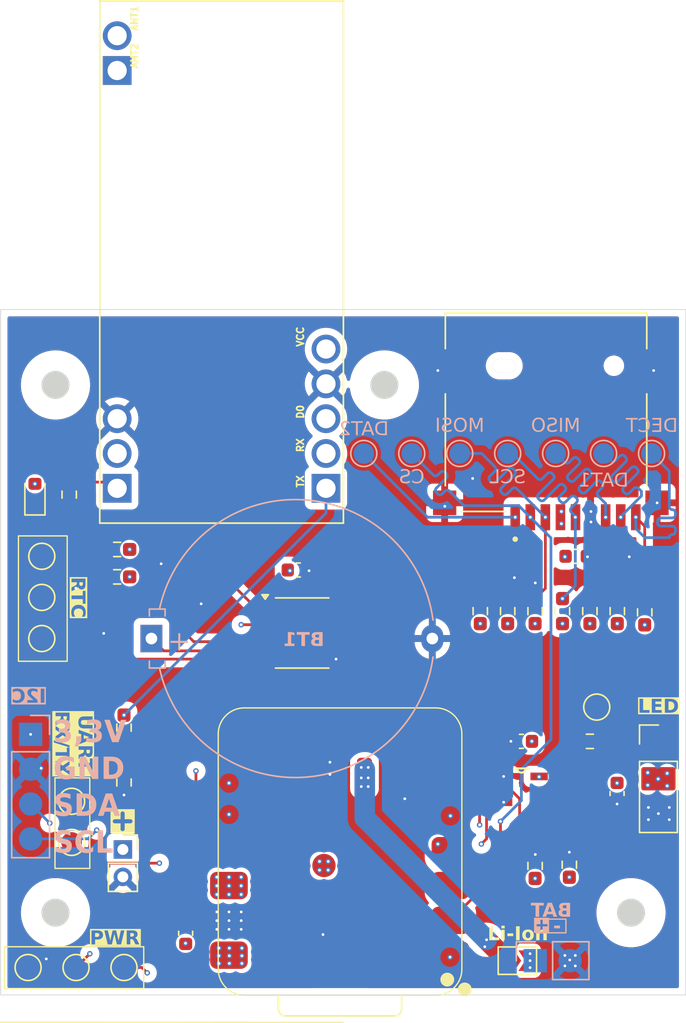
<source format=kicad_pcb>
(kicad_pcb (version 20241229) (generator "pcbnew") (generator_version "9.0")
  (layers (0 "F.Cu" signal) (4 "In1.Cu" signal) (6 "In2.Cu" signal) (8 "In3.Cu" signal) (10 "In4.Cu" signal) (2 "B.Cu" signal) (13 "F.Paste" user) (15 "B.Paste" user) (5 "F.SilkS" user "F.Silkscreen") (7 "B.SilkS" user "B.Silkscreen") (1 "F.Mask" user) (3 "B.Mask" user) (25 "Edge.Cuts" user))
  (net 0 "")
  (net 1 "GND")
  (net 2 "+5V")
  (net 3 "+3.3V")
  (net 4 "Net-(BT1-+)")
  (net 5 "Net-(JP1-A)")
  (net 6 "Net-(U2-Y)")
  (net 7 "/LED_Din")
  (net 8 "/UART_RX")
  (net 9 "Net-(R3-Pad1)")
  (net 10 "Net-(U4-32KHZ)")
  (net 11 "Net-(U4-~{INT}{slash}SQW)")
  (net 12 "/SD_DECT")
  (net 13 "/MISO")
  (net 14 "/SPI_SCL")
  (net 15 "/MOSI")
  (net 16 "/SPI_CS")
  (net 17 "Net-(D2-K)")
  (net 22 "/Buzzer")
  (net 24 "/LED_Driver")
  (net 26 "Net-(U1-GPIO16_D6_TX)")
  (net 27 "/I2C_SCL")
  (net 30 "/I2C_SDA")
  (net 33 "Net-(U4-~{RST})")
  (net 34 "/DAT2")
  (net 35 "/DAT1")
  (net 36 "Net-(R1-Pad1)")
  (net 37 "Net-(J1-Pin_1)")
  (footprint "Capacitor_SMD:C_0603_1608Metric" (layer "F.Cu") (at 123 97.5 180)
    (property "Reference" "C5" (hide yes))
    (property "Value" "100nF" (hide yes))
  )
  (footprint "Connector_PinHeader_2.54mm:PinHeader_1x03_P2.54mm_Vertical" (layer "F.Cu") (at 129 111.19)
    (property "Reference" "J3" (hide yes))
    (property "Value" "LED")
  )
  (footprint "Seeed Studio XIAO Series Library:XIAO-ESP32C6-SMD" (layer "F.Cu") (at 105.54 119 180)
    (property "Reference" "U1" (hide yes))
    (property "Value" "XIAO-ESP32-S3-SMD")
  )
  (footprint "TestPoint:TestPoint_Pad_D1.5mm" (layer "F.Cu") (at 83 127.5)
    (property "Reference" "TP3" (hide yes))
    (property "Value" "GND" (hide yes))
  )
  (footprint "Package_SO:SOIC-8_3.9x4.9mm_P1.27mm" (layer "F.Cu") (at 103 103.095)
    (property "Reference" "U4" (hide yes))
    (property "Value" "DS3232M")
  )
  (footprint "LED_SMD:LED_0603_1608Metric" (layer "F.Cu") (at 83.5 93 90)
    (property "Reference" "D2" (hide yes))
    (property "Value" "LED" (hide yes))
  )
  (footprint "Resistor_SMD:R_0603_1608Metric_Pad0.98x0.95mm_HandSolder" (layer "F.Cu") (at 120 101.5 90)
    (property "Reference" "R14" (hide yes))
    (property "Value" "47k" (hide yes))
  )
  (footprint "Resistor_SMD:R_0603_1608Metric_Pad0.98x0.95mm_HandSolder" (layer "F.Cu") (at 122 101.5 90)
    (property "Reference" "R13" (hide yes))
    (property "Value" "47k" (hide yes))
  )
  (footprint "Resistor_SMD:R_0603_1608Metric_Pad0.98x0.95mm_HandSolder" (layer "F.Cu") (at 90 110 -90)
    (property "Reference" "R3" (hide yes))
    (property "Value" "10K" (hide yes))
  )
  (footprint "Capacitor_SMD:C_0603_1608Metric" (layer "F.Cu") (at 102.725 98.5 180)
    (property "Reference" "C2" (hide yes))
    (property "Value" "100 nF" (hide yes))
  )
  (footprint "TestPoint:TestPoint_Pad_D1.5mm" (layer "F.Cu") (at 84 103.5)
    (property "Reference" "TP1" (hide yes))
    (property "Value" "TestPoint" (hide yes))
  )
  (footprint "Connector_PinSocket_2.00mm:PinSocket_1x02_P2.00mm_Vertical" (layer "F.Cu") (at 89.916 118.888)
    (property "Reference" "BZ1" (hide yes))
    (property "Value" "Buzzer" (hide yes))
  )
  (footprint "Resistor_SMD:R_0603_1608Metric_Pad0.98x0.95mm_HandSolder" (layer "F.Cu") (at 116 101.5 90)
    (property "Reference" "R15" (hide yes))
    (property "Value" "47k" (hide yes))
  )
  (footprint "TestPoint:TestPoint_Pad_D1.5mm" (layer "F.Cu") (at 86.175 118.373)
    (property "Reference" "TP8" (hide yes))
    (property "Value" "UART_TX" (hide yes))
  )
  (footprint "Jumper:SolderJumper-2_P1.3mm_Open_TrianglePad1.0x1.5mm" (layer "F.Cu") (at 118.708 127)
    (property "Reference" "JP1" (hide yes))
    (property "Value" "Li-Ion")
  )
  (footprint "footprints:RDM6300" (layer "F.Cu") (at 97.12 76.03 -90)
    (property "Reference" "RDM1" (hide yes))
    (property "Value" "RDM6300")
  )
  (footprint "Resistor_SMD:R_0603_1608Metric_Pad0.98x0.95mm_HandSolder" (layer "F.Cu") (at 89.5 97 180)
    (property "Reference" "R7" (hide yes))
    (property "Value" "NC" (hide yes))
  )
  (footprint "Resistor_SMD:R_0603_1608Metric_Pad0.98x0.95mm_HandSolder" (layer "F.Cu") (at 89.5 99 180)
    (property "Reference" "R8" (hide yes))
    (property "Value" "NC" (hide yes))
  )
  (footprint "footprints:SOT95P280X145-5N" (layer "F.Cu") (at 119 114.5)
    (property "Reference" "U2" (hide yes))
    (property "Value" "SN74AHCT1G125DBVT" (hide yes))
  )
  (footprint "Capacitor_SMD:C_0603_1608Metric" (layer "F.Cu") (at 119 111)
    (property "Reference" "C3" (hide yes))
    (property "Value" "100 nF" (hide yes))
  )
  (footprint "Resistor_SMD:R_0603_1608Metric_Pad0.98x0.95mm_HandSolder" (layer "F.Cu") (at 86 93 -90)
    (property "Reference" "R1" (hide yes))
    (property "Value" "100" (hide yes))
  )
  (footprint "Resistor_SMD:R_0603_1608Metric_Pad0.98x0.95mm_HandSolder" (layer "F.Cu") (at 124 111)
    (property "Reference" "R2" (hide yes))
    (property "Value" "100" (hide yes))
  )
  (footprint "Resistor_SMD:R_0603_1608Metric_Pad0.98x0.95mm_HandSolder" (layer "F.Cu") (at 124 101.5 90)
    (property "Reference" "R12" (hide yes))
    (property "Value" "47k" (hide yes))
  )
  (footprint "TestPoint:TestPoint_Pad_D1.5mm" (layer "F.Cu") (at 84 100.5)
    (property "Reference" "TP10" (hide yes))
    (property "Value" "TestPoint" (hide yes))
  )
  (footprint "TestPoint:TestPoint_Pad_D1.5mm" (layer "F.Cu") (at 86.5 127.5)
    (property "Reference" "TP2" (hide yes))
    (property "Value" "+5V" (hide yes))
  )
  (footprint "TestPoint:TestPoint_Pad_D1.5mm" (layer "F.Cu") (at 90 127.5)
    (property "Reference" "TP4" (hide yes))
    (property "Value" "3,3V" (hide yes))
  )
  (footprint "Resistor_SMD:R_0603_1608Metric_Pad0.98x0.95mm_HandSolder" (layer "F.Cu") (at 128 101.5875 90)
    (property "Reference" "R11" (hide yes))
    (property "Value" "47k" (hide yes))
  )
  (footprint "TestPoint:TestPoint_Pad_D1.5mm" (layer "F.Cu") (at 124.5 108.5)
    (property "Reference" "TP5" (hide yes))
    (property "Value" "Din" (hide yes))
  )
  (footprint "Resistor_SMD:R_0603_1608Metric_Pad0.98x0.95mm_HandSolder" (layer "F.Cu") (at 118 101.5 90)
    (property "Reference" "R9" (hide yes))
    (property "Value" "47k" (hide yes))
  )
  (footprint "Capacitor_SMD:C_0603_1608Metric" (layer "F.Cu") (at 125.984 114.808 90)
    (property "Reference" "C4" (hide yes))
    (property "Value" "10µF" (hide yes))
  )
  (footprint "Resistor_SMD:R_0603_1608Metric_Pad0.98x0.95mm_HandSolder" (layer "F.Cu") (at 122.5 120 90)
    (property "Reference" "R6" (hide yes))
    (property "Value" "4k7" (hide yes))
  )
  (footprint "Resistor_SMD:R_0603_1608Metric_Pad0.98x0.95mm_HandSolder" (layer "F.Cu") (at 90 114 -90)
    (property "Reference" "R4" (hide yes))
    (property "Value" "20k" (hide yes))
  )
  (footprint "TestPoint:TestPoint_Pad_D1.5mm" (layer "F.Cu") (at 84 97.5 90)
    (property "Reference" "TP9" (hide yes))
    (property "Value" "TestPoint" (hide yes))
  )
  (footprint "footprints:WURTH_693071020811" (layer "F.Cu") (at 120.8 83.6 180)
    (property "Reference" "J4" (hide yes))
    (property "Value" "MicroSD" (hide yes))
    (fp_line (start 3.4 0.5) (end 2.7 0.5) (stroke (width 0.01)) (layer "Edge.Cuts"))
    (fp_line (start 2.7 -0.5) (end 3.4 -0.5) (stroke (width 0.01)) (layer "Edge.Cuts"))
    (fp_arc (start 3.9 0) (mid 3.753553 0.353553) (end 3.4 0.5) (stroke (width 0.01)) (layer "Edge.Cuts"))
    (fp_arc (start 3.4 -0.5) (mid 3.753553 -0.353553) (end 3.9 0) (stroke (width 0.01)) (layer "Edge.Cuts"))
    (fp_arc (start 2.7 0.5) (mid 2.346447 0.353553) (end 2.2 0) (stroke (width 0.01)) (layer "Edge.Cuts"))
    (fp_arc (start 2.2 0) (mid 2.346447 -0.353553) (end 2.7 -0.5) (stroke (width 0.01)) (layer "Edge.Cuts"))
  )
  (footprint "Resistor_SMD:R_0603_1608Metric_Pad0.98x0.95mm_HandSolder" (layer "F.Cu") (at 126 101.5 90)
    (property "Reference" "R10" (hide yes))
    (property "Value" "47k" (hide yes))
  )
  (footprint "TestPoint:TestPoint_Pad_D1.5mm" (layer "F.Cu") (at 86.175 115.373)
    (property "Reference" "TP7" (hide yes))
    (property "Value" "UART_RX" (hide yes))
  )
  (footprint "Resistor_SMD:R_0603_1608Metric_Pad0.98x0.95mm_HandSolder" (layer "F.Cu") (at 120 120.0875 90)
    (property "Reference" "R5" (hide yes))
    (property "Value" "4k7" (hide yes))
  )
  (footprint "Capacitor_SMD:C_0603_1608Metric" (layer "F.Cu") (at 94.5 125 -90)
    (property "Reference" "C1" (hide yes))
    (property "Value" "10µF" (hide yes))
  )
  (footprint "TestPoint:TestPoint_Pad_D1.5mm" (layer "B.Cu") (at 107.5 90)
    (property "Reference" "TP15" (hide yes))
    (property "Value" "DAT2")
  )
  (footprint "TestPoint:TestPoint_Pad_D1.5mm" (layer "B.Cu") (at 111 90 180)
    (property "Reference" "TP5" (hide yes))
    (property "Value" "CS")
  )
  (footprint "TestPoint:TestPoint_Pad_D1.5mm" (layer "B.Cu") (at 128.5 90 180)
    (property "Reference" "TP6" (hide yes))
    (property "Value" "DECT")
  )
  (footprint "Battery:Battery_Panasonic_CR2032-HFN_Horizontal_CircularHoles" (layer "B.Cu") (at 92 103.5)
    (property "Reference" "BT1")
    (property "Value" "Battery_Cell" (hide yes))
  )
  (footprint "TestPoint:TestPoint_Pad_D1.5mm" (layer "B.Cu") (at 125 90 180)
    (property "Reference" "TP14" (hide yes))
    (property "Value" "DAT1")
  )
  (footprint "Connector_PinHeader_2.54mm:PinHeader_1x02_P2.54mm_Vertical" (layer "B.Cu") (at 120.01 127 -90)
    (property "Reference" "J1" (hide yes))
    (property "Value" "Conn_01x02_Pin" (hide yes))
  )
  (footprint "TestPoint:TestPoint_Pad_D1.5mm" (layer "B.Cu") (at 114.5 90 180)
    (property "Reference" "TP11" (hide yes))
    (property "Value" "MOSI")
  )
  (footprint "Connector_PinHeader_2.54mm:PinHeader_1x04_P2.54mm_Vertical" (layer "B.Cu") (at 83.185 110.49 180)
    (property "Reference" "J2" (hide yes))
    (property "Value" "I2C")
  )
  (footprint "TestPoint:TestPoint_Pad_D1.5mm" (layer "B.Cu") (at 121.5 90 180)
    (property "Reference" "TP12" (hide yes))
    (property "Value" "MISO")
  )
  (footprint "TestPoint:TestPoint_Pad_D1.5mm" (layer "B.Cu") (at 118 90 180)
    (property "Reference" "TP13" (hide yes))
    (property "Value" "SCL")
  )
  (gr_rect (start 81.28 125.984) (end 91.44 129.032) (stroke (width 0.1)) (fill no) (layer "F.SilkS"))
  (gr_line (start 81 131.49225) (end 106 131.50775) (stroke (width 0.1)) (layer "F.SilkS"))
  (gr_rect (start 84.963 113.665) (end 87.503 120.269) (stroke (width 0.1)) (fill no) (layer "F.SilkS"))
  (gr_rect (start 82.296 96.012) (end 85.852 105.156) (stroke (width 0.1)) (fill no) (layer "F.SilkS"))
  (gr_rect (start 120.0644 123.968) (end 122.2516 124.968) (stroke (width 0.1)) (fill no) (layer "B.SilkS"))
  (gr_rect (start 81 79.5) (end 131 129.5) (stroke (width 0.05)) (fill no) (layer "Edge.Cuts"))
  (gr_circle (center 85 123.5) (end 86 123.5) (stroke (width 0.05)) (fill yes) (layer "Edge.Cuts"))
  (gr_circle (center 85 85) (end 86 85) (stroke (width 0.05)) (fill yes) (layer "Edge.Cuts"))
  (gr_circle (center 127 123.5) (end 128 123.5) (stroke (width 0.05)) (fill yes) (layer "Edge.Cuts"))
  (gr_circle (center 109 85) (end 110 85) (stroke (width 0.05)) (fill yes) (layer "Edge.Cuts"))
  (gr_text "UART\nRX/TX" (at 84.836 111.125 270) (layer "F.SilkS" knockout) (effects (font (size 1 1) (thickness 0.1)) (justify bottom)))
  (gr_text "+" (at 88.773 117.602 0) (layer "F.SilkS" knockout) (effects (font (size 1.5 1.5) (thickness 0.3) (bold yes)) (justify left bottom)))
  (gr_text "RTC" (at 86 99 270) (layer "F.SilkS" knockout) (effects (font (size 1 1)) (justify left bottom)))
  (gr_text "PWR" (at 87.5 125.984 0) (layer "F.SilkS" knockout) (effects (font (size 1 1) (thickness 0.1)) (justify left bottom)))
  (gr_text "-" (at 121.896 123.968 180) (layer "B.SilkS") (effects (font (size 1 1) (thickness 0.1)) (justify left bottom)))
  (gr_text "BAT" (at 122.682 123.968 0) (layer "B.SilkS") (effects (font (size 1 1) (thickness 0.1)) (justify left bottom mirror)))
  (gr_text "+" (at 121.0578 123.8076 180) (layer "B.SilkS" knockout) (effects (font (size 1 1) (thickness 0.1)) (justify left bottom)))
  (gr_text "3,3V\nGND\nSDA\nSCL" (at 84.836 114.427 0) (layer "B.SilkS") (effects (font (size 1.6 1.5) (thickness 0.3) (bold yes)) (justify left)))
  (segment (start 84.328 126.873) (end 83.627 126.873) (width 0.2) (layer "F.Cu") (net 1))
  (segment (start 83.627 126.873) (end 83 127.5) (width 0.2) (layer "F.Cu") (net 1))
  (via (at 90 114.9125) (size 0.4) (drill 0.2) (layers "F.Cu" "B.Cu") (net 1))
  (via (at 118.237 110.998) (size 0.4) (drill 0.2) (layers "F.Cu" "B.Cu") (net 1))
  (via (at 112.903 83.947) (size 0.4) (drill 0.2) (layers "F.Cu" "B.Cu") (net 1))
  (via (at 122.5296 126.9492) (size 0.4) (drill 0.2) (layers "F.Cu" "B.Cu") (net 1))
  (via (at 98.552 124.079) (size 0.4) (drill 0.2) (layers "F.Cu" "B.Cu") (net 1))
  (via (at 124.079 94.234) (size 0.4) (drill 0.2) (layers "F.Cu" "B.Cu") (net 1))
  (via (at 92.71 98.044) (size 0.4) (drill 0.2) (layers "F.Cu" "B.Cu") (net 1))
  (via (at 123.825 97.536) (size 0.4) (drill 0.2) (layers "F.Cu" "B.Cu") (net 1))
  (via (at 104.521 125.095) (size 0.4) (drill 0.2) (layers "F.Cu" "B.Cu") (net 1))
  (via (at 98.552 124.714) (size 0.4) (drill 0.2) (layers "F.Cu" "B.Cu") (net 1))
  (via (at 88.519 103.124) (size 0.4) (drill 0.2) (layers "F.Cu" "B.Cu") (net 1))
  (via (at 129.794 115.824) (size 0.4) (drill 0.2) (layers "F.Cu" "B.Cu") (net 1))
  (via (at 122.174 127.381) (size 0.4) (drill 0.2) (layers "F.Cu" "B.Cu") (net 1))
  (via (at 83.95 112.96) (size 0.4) (drill 0.2) (layers "F.Cu" "B.Cu") (net 1))
  (via (at 113.411 93.853) (size 0.4) (drill 0.2) (layers "F.Cu" "B.Cu") (net 1))
  (via (at 117.7046 115.443) (size 0.4) (drill 0.2) (layers "F.Cu" "B.Cu") (net 1))
  (via (at 97.663 123.444) (size 0.4) (drill 0.2) (layers "F.Cu" "B.Cu") (net 1))
  (via (at 125.984 115.57) (size 0.4) (drill 0.2) (layers "F.Cu" "B.Cu") (net 1))
  (via (at 129 116.27) (size 0.4) (drill 0.2) (layers "F.Cu" "B.Cu") (net 1))
  (via (at 86.487 99.822) (size 0.4) (drill 0.2) (layers "F.Cu" "B.Cu") (net 1))
  (via (at 128.27 116.713) (size 0.4) (drill 0.2) (layers "F.Cu" "B.Cu") (net 1))
  (via (at 122.174 126.619) (size 0.4) (drill 0.2) (layers "F.Cu" "B.Cu") (net 1))
  (via (at 84.328 126.873) (size 0.4) (drill 0.2) (layers "F.Cu" "B.Cu") (net 1))
  (via (at 126.873 97.536) (size 0.4) (drill 0.2) (layers "F.Cu" "B.Cu") (net 1))
  (via (at 120.015 99.441) (size 0.4) (drill 0.2) (layers "F.Cu" "B.Cu") (net 1))
  (via (at 117.7046 113.5602) (size 0.4) (drill 0.2) (layers "F.Cu" "B.Cu") (net 1))
  (via (at 103.505 98.552) (size 0.4) (drill 0.2) (layers "F.Cu" "B.Cu") (net 1))
  (via (at 122.936 126.619) (size 0.4) (drill 0.2) (layers "F.Cu" "B.Cu") (net 1))
  (via (at 128.905 93.599) (size 0.4) (drill 0.2) (layers "F.Cu" "B.Cu") (net 1))
  (via (at 115.443 91.821) (size 0.4) (drill 0.2) (layers "F.Cu" "B.Cu") (net 1))
  (via (at 122.936 127.381) (size 0.4) (drill 0.2) (layers "F.Cu" "B.Cu") (net 1))
  (via (at 96.774 123.444) (size 0.4) (drill 0.2) (layers "F.Cu" "B.Cu") (net 1))
  (via (at 118.491 99.06) (size 0.4) (drill 0.2) (layers "F.Cu" "B.Cu") (net 1))
  (via (at 129.794 116.713) (size 0.4) (drill 0.2) (layers "F.Cu" "B.Cu") (net 1))
  (via (at 98.552 123.444) (size 0.4) (drill 0.2) (layers "F.Cu" "B.Cu") (net 1))
  (via (at 110.49 115.189) (size 0.4) (drill 0.2) (layers "F.Cu" "B.Cu") (net 1))
  (via (at 128.651 83.947) (size 0.4) (drill 0.2) (layers "F.Cu" "B.Cu") (net 1))
  (via (at 105.029 113.411) (size 0.4) (drill 0.2) (layers "F.Cu" "B.Cu") (net 1))
  (via (at 96.774 124.079) (size 0.4) (drill 0.2) (layers "F.Cu" "B.Cu") (net 1))
  (via (at 105.029 112.522) (size 0.4) (drill 0.2) (layers "F.Cu" "B.Cu") (net 1))
  (via (at 120.015 119.253) (size 0.4) (drill 0.2) (layers "F.Cu" "B.Cu") (net 1))
  (via (at 105.475 105) (size 0.4) (drill 0.2) (layers "F.Cu" "B.Cu") (net 1))
  (via (at 128.27 115.824) (size 0.4) (drill 0.2) (layers "F.Cu" "B.Cu") (net 1))
  (via (at 124.079 94.996) (size 0.4) (drill 0.2) (layers "F.Cu" "B.Cu") (net 1))
  (via (at 95.631 100.965) (size 0.4) (drill 0.2) (layers "F.Cu" "B.Cu") (net 1))
  (via (at 97.663 124.714) (size 0.4) (drill 0.2) (layers "F.Cu" "B.Cu") (net 1))
  (via (at 97.663 124.079) (size 0.4) (drill 0.2) (layers "F.Cu" "B.Cu") (net 1))
  (via (at 122.5 119.0875) (size 0.4) (drill 0.2) (layers "F.Cu" "B.Cu") (net 1))
  (via (at 96.774 124.714) (size 0.4) (drill 0.2) (layers "F.Cu" "B.Cu") (net 1))
  (segment (start 87.5055 126.4945) (end 86.5 127.5) (width 0.2) (layer "F.Cu") (net 2))
  (via (at 128.2192 114.1984) (size 0.4) (drill 0.2) (layers "F.Cu" "B.Cu") (net 2))
  (via (at 98.6028 127.2032) (size 0.4) (drill 0.2) (layers "F.Cu" "B.Cu") (net 2))
  (via (at 128.2192 113.284) (size 0.4) (drill 0.2) (layers "F.Cu" "B.Cu") (net 2))
  (via (at 97.6884 127.2032) (size 0.4) (drill 0.2) (layers "F.Cu" "B.Cu") (net 2))
  (via (at 129.6416 113.3348) (size 0.4) (drill 0.2) (layers "F.Cu" "B.Cu") (net 2))
  (via (at 120.2944 113.5888) (size 0.4) (drill 0.2) (layers "F.Cu" "B.Cu") (net 2))
  (via (at 96.9264 126.6444) (size 0.4) (drill 0.2) (layers "F.Cu" "B.Cu") (net 2))
  (via (at 94.488 125.73) (size 0.4) (drill 0.2) (layers "F.Cu" "B.Cu") (net 2))
  (via (at 98.6028 126.0856) (size 0.4) (drill 0.2) (layers "F.Cu" "B.Cu") (net 2))
  (via (at 87.5055 126.4945) (size 0.4) (drill 0.2) (layers "F.Cu" "B.Cu") (net 2))
  (via (at 129.6416 114.2492) (size 0.4) (drill 0.2) (layers "F.Cu" "B.Cu") (net 2))
  (via (at 98.6028 126.6444) (size 0.4) (drill 0.2) (layers "F.Cu" "B.Cu") (net 2))
  (via (at 119.761 110.998) (size 0.4) (drill 0.2) (layers "F.Cu" "B.Cu") (net 2))
  (via (at 97.6884 126.0856) (size 0.4) (drill 0.2) (layers "F.Cu" "B.Cu") (net 2))
  (via (at 97.6884 126.6444) (size 0.4) (drill 0.2) (layers "F.Cu" "B.Cu") (net 2))
  (via (at 125.984 114.046) (size 0.4) (drill 0.2) (layers "F.Cu" "B.Cu") (net 2))
  (via (at 128.9812 113.7412) (size 0.4) (drill 0.2) (layers "F.Cu" "B.Cu") (net 2))
  (via (at 96.9264 127.2032) (size 0.4) (drill 0.2) (layers "F.Cu" "B.Cu") (net 2))
  (via (at 96.9264 126.0856) (size 0.4) (drill 0.2) (layers "F.Cu" "B.Cu") (net 2))
  (segment (start 91.305 127.5) (end 91.694 127.889) (width 0.2) (layer "F.Cu") (net 3))
  (segment (start 98.552 102.489) (end 100.496 102.489) (width 0.2) (layer "F.Cu") (net 3))
  (segment (start 100.496 102.489) (end 100.525 102.46) (width 0.2) (layer "F.Cu") (net 3))
  (segment (start 90 127.5) (end 91.305 127.5) (width 0.2) (layer "F.Cu") (net 3))
  (via (at 104.267 120.396) (size 0.4) (drill 0.2) (layers "F.Cu" "B.Cu") (net 3))
  (via (at 98.552 102.489) (size 0.4) (drill 0.2) (layers "F.Cu" "B.Cu") (net 3))
  (via (at 83.5 92.2125) (size 0.4) (drill 0.2) (layers "F.Cu" "B.Cu") (net 3))
  (via (at 126 102.4125) (size 0.4) (drill 0.2) (layers "F.Cu" "B.Cu") (net 3))
  (via (at 102.108 98.552) (size 0.4) (drill 0.2) (layers "F.Cu" "B.Cu") (net 3))
  (via (at 120 121) (size 0.4) (drill 0.2) (layers "F.Cu" "B.Cu") (net 3))
  (via (at 90.4125 99) (size 0.4) (drill 0.2) (layers "F.Cu" "B.Cu") (net 3))
  (via (at 121.92 95.123) (size 0.4) (drill 0.2) (layers "F.Cu" "B.Cu") (net 3))
  (via (at 118 102.4125) (size 0.4) (drill 0.2) (layers "F.Cu" "B.Cu") (net 3))
  (via (at 104.902 120.396) (size 0.4) (drill 0.2) (layers "F.Cu" "B.Cu") (net 3))
  (via (at 122 102.4125) (size 0.4) (drill 0.2) (layers "F.Cu" "B.Cu") (net 3))
  (via (at 97.663 120.904) (size 0.4) (drill 0.2) (layers "F.Cu" "B.Cu") (net 3))
  (via (at 121.92 94.234) (size 0.4) (drill 0.2) (layers "F.Cu" "B.Cu") (net 3))
  (via (at 104.902 119.761) (size 0.4) (drill 0.2) (layers "F.Cu" "B.Cu") (net 3))
  (via (at 98.552 121.539) (size 0.4) (drill 0.2) (layers "F.Cu" "B.Cu") (net 3))
  (via (at 104.267 119.761) (size 0.4) (drill 0.2) (layers "F.Cu" "B.Cu") (net 3))
  (via (at 122.174 97.536) (size 0.4) (drill 0.2) (layers "F.Cu" "B.Cu") (net 3))
  (via (at 128 102.5) (size 0.4) (drill 0.2) (layers "F.Cu" "B.Cu") (net 3))
  (via (at 97.663 122.174) (size 0.4) (drill 0.2) (layers "F.Cu" "B.Cu") (net 3))
  (via (at 97.663 121.539) (size 0.4) (drill 0.2) (layers "F.Cu" "B.Cu") (net 3))
  (via (at 98.552 122.174) (size 0.4) (drill 0.2) (layers "F.Cu" "B.Cu") (net 3))
  (via (at 116 102.4125) (size 0.4) (drill 0.2) (layers "F.Cu" "B.Cu") (net 3))
  (via (at 83.185 110.49) (size 0.4) (drill 0.2) (layers "F.Cu" "B.Cu") (net 3))
  (via (at 90.4125 97) (size 0.4) (drill 0.2) (layers "F.Cu" "B.Cu") (net 3))
  (via (at 124 102.4125) (size 0.4) (drill 0.2) (layers "F.Cu" "B.Cu") (net 3))
  (via (at 120 102.4125) (size 0.4) (drill 0.2) (layers "F.Cu" "B.Cu") (net 3))
  (via (at 98.552 120.904) (size 0.4) (drill 0.2) (layers "F.Cu" "B.Cu") (net 3))
  (via (at 96.774 122.174) (size 0.4) (drill 0.2) (layers "F.Cu" "B.Cu") (net 3))
  (via (at 122.5 120.9125) (size 0.4) (drill 0.2) (layers "F.Cu" "B.Cu") (net 3))
  (via (at 96.774 121.539) (size 0.4) (drill 0.2) (layers "F.Cu" "B.Cu") (net 3))
  (via (at 91.694 127.889) (size 0.4) (drill 0.2) (layers "F.Cu" "B.Cu") (net 3))
  (via (at 96.774 120.904) (size 0.4) (drill 0.2) (layers "F.Cu" "B.Cu") (net 3))
  (segment (start 104.806 104.399) (end 105.475 103.73) (width 0.2) (layer "F.Cu") (net 4))
  (segment (start 92 103.5) (end 92.899 104.399) (width 0.2) (layer "F.Cu") (net 4))
  (segment (start 92.899 104.399) (end 104.806 104.399) (width 0.2) (layer "F.Cu") (net 4))
  (segment (start 117.983 127) (end 116.459 125.476) (width 1.5) (layer "F.Cu") (net 5))
  (via (at 107.823 114.3) (size 0.4) (drill 0.2) (layers "F.Cu" "B.Cu") (net 5))
  (via (at 116.332 125.984) (size 0.4) (drill 0.2) (layers "F.Cu" "B.Cu") (net 5))
  (via (at 107.315 114.3) (size 0.4) (drill 0.2) (layers "F.Cu" "B.Cu") (net 5))
  (via (at 107.315 113.665) (size 0.4) (drill 0.2) (layers "F.Cu" "B.Cu") (net 5))
  (via (at 107.823 112.903) (size 0.4) (drill 0.2) (layers "F.Cu" "B.Cu") (net 5))
  (via (at 116.967 125.349) (size 0.4) (drill 0.2) (layers "F.Cu" "B.Cu") (net 5))
  (via (at 107.315 112.903) (size 0.4) (drill 0.2) (layers "F.Cu" "B.Cu") (net 5))
  (via (at 116.459 125.476) (size 0.4) (drill 0.2) (layers "F.Cu" "B.Cu") (net 5))
  (via (at 107.823 113.665) (size 0.4) (drill 0.2) (layers "F.Cu" "B.Cu") (net 5))
  (segment (start 116.459 125.476) (end 107.569 116.586) (width 1.5) (layer "B.Cu") (net 5))
  (segment (start 107.569 116.586) (end 107.569 113.03) (width 1.5) (layer "B.Cu") (net 5))
  (segment (start 123.0875 111) (end 123.0875 112.6477) (width 0.2) (layer "F.Cu") (net 6))
  (segment (start 123.0875 112.6477) (end 120.2954 115.4398) (width 0.2) (layer "F.Cu") (net 6))
  (segment (start 124.9125 111) (end 124.9125 108.9125) (width 0.2) (layer "F.Cu") (net 7))
  (segment (start 124.9125 108.9125) (end 124.5 108.5) (width 0.2) (layer "F.Cu") (net 7))
  (segment (start 124.9125 111) (end 128.81 111) (width 0.2) (layer "F.Cu") (net 7))
  (segment (start 128.81 111) (end 129 111.19) (width 0.2) (layer "F.Cu") (net 7))
  (segment (start 88.4605 113.0875) (end 90 113.0875) (width 0.2) (layer "F.Cu") (net 8))
  (segment (start 90 113.0875) (end 90 110.9125) (width 0.2) (layer "F.Cu") (net 8))
  (segment (start 90 110.9125) (end 97.2106 110.9125) (width 0.2) (layer "F.Cu") (net 8))
  (segment (start 86.175 115.373) (end 88.4605 113.0875) (width 0.2) (layer "F.Cu") (net 8))
  (segment (start 97.2106 110.9125) (end 97.6566 111.3585) (width 0.2) (layer "F.Cu") (net 8))
  (via (at 90 109.0875) (size 0.4) (drill 0.2) (layers "F.Cu" "B.Cu") (net 9))
  (segment (start 90 109.0875) (end 104.74 94.3475) (width 0.2) (layer "B.Cu") (net 9))
  (segment (start 104.74 94.3475) (end 104.74 92.54) (width 0.2) (layer "B.Cu") (net 9))
  (segment (start 100.525 101.19) (end 99.539 101.19) (width 0.2) (layer "F.Cu") (net 10))
  (segment (start 99.539 101.19) (end 94.361 96.012) (width 0.2) (layer "F.Cu") (net 10))
  (segment (start 94.361 96.012) (end 89.5755 96.012) (width 0.2) (layer "F.Cu") (net 10))
  (segment (start 84.539 100.5) (end 88.039 97) (width 0.2) (layer "F.Cu") (net 10))
  (segment (start 88.039 97) (end 88.5875 97) (width 0.2) (layer "F.Cu") (net 10))
  (segment (start 89.5755 96.012) (end 88.5875 97) (width 0.2) (layer "F.Cu") (net 10))
  (segment (start 84 100.5) (end 84.539 100.5) (width 0.2) (layer "F.Cu") (net 10))
  (segment (start 91.694 100.33) (end 89.9175 100.33) (width 0.2) (layer "F.Cu") (net 11))
  (segment (start 84 103.5) (end 88.5 99) (width 0.2) (layer "F.Cu") (net 11))
  (segment (start 88.5 99) (end 88.5875 99) (width 0.2) (layer "F.Cu") (net 11))
  (segment (start 100.525 103.73) (end 95.094 103.73) (width 0.2) (layer "F.Cu") (net 11))
  (segment (start 95.094 103.73) (end 91.694 100.33) (width 0.2) (layer "F.Cu") (net 11))
  (segment (start 89.9175 100.33) (end 88.5875 99) (width 0.2) (layer "F.Cu") (net 11))
  (segment (start 128 95.3) (end 127.35 94.65) (width 0.2) (layer "F.Cu") (net 12))
  (segment (start 128 100.675) (end 128 95.3) (width 0.2) (layer "F.Cu") (net 12))
  (via (at 127.35 94.65) (size 0.4) (drill 0.2) (layers "F.Cu" "B.Cu") (net 12))
  (via (at 113.792 126.746) (size 0.4) (drill 0.2) (layers "F.Cu" "B.Cu") (net 12))
  (segment (start 129.173796 95.299) (end 130.019414 95.299) (width 0.2) (layer "B.Cu") (net 12))
  (segment (start 128.016 96.139) (end 129.794 96.139) (width 0.2) (layer "B.Cu") (net 12))
  (segment (start 129.794 91.294) (end 129.794 93.873598) (width 0.2) (layer "B.Cu") (net 12))
  (segment (start 129.173796 94.699) (end 130.019402 94.699) (width 0.2) (layer "B.Cu") (net 12))
  (segment (start 127.35 95.473) (end 128.016 96.139) (width 0.2) (layer "B.Cu") (net 12))
  (segment (start 130.244804 94.473598) (end 130.244804 94.324402) (width 0.2) (layer "B.Cu") (net 12))
  (segment (start 130.244828 95.688172) (end 130.244828 95.524414) (width 0.2) (layer "B.Cu") (net 12))
  (segment (start 128.5 90) (end 129.794 91.294) (width 0.2) (layer "B.Cu") (net 12))
  (segment (start 127.35 94.65) (end 127.35 95.473) (width 0.2) (layer "B.Cu") (net 12))
  (segment (start 128.933796 95.059) (end 128.933796 94.939) (width 0.2) (layer "B.Cu") (net 12))
  (arc (start 130.244828 95.524414) (mid 130.178806 95.365022) (end 130.019414 95.299) (width 0.2) (layer "B.Cu") (net 12))
  (arc (start 130.019414 95.913586) (mid 130.178806 95.847564) (end 130.244828 95.688172) (width 0.2) (layer "B.Cu") (net 12))
  (arc (start 128.933796 94.939) (mid 129.00409 94.769294) (end 129.173796 94.699) (width 0.2) (layer "B.Cu") (net 12))
  (arc (start 129.794 96.139) (mid 129.860022 95.979608) (end 130.019414 95.913586) (width 0.2) (layer "B.Cu") (net 12))
  (arc (start 130.244804 94.324402) (mid 130.178785 94.165019) (end 130.019402 94.099) (width 0.2) (layer "B.Cu") (net 12))
  (arc (start 129.173796 95.299) (mid 129.00409 95.228706) (end 128.933796 95.059) (width 0.2) (layer "B.Cu") (net 12))
  (arc (start 130.019402 94.699) (mid 130.178785 94.632981) (end 130.244804 94.473598) (width 0.2) (layer "B.Cu") (net 12))
  (arc (start 130.019402 94.099) (mid 129.860019 94.032981) (end 129.794 93.873598) (width 0.2) (layer "B.Cu") (net 12))
  (segment (start 125.15 99.4375) (end 124 100.5875) (width 0.2) (layer "F.Cu") (net 13))
  (segment (start 125.15 94.65) (end 125.15 99.4375) (width 0.2) (layer "F.Cu") (net 13))
  (via (at 97.663 116.332) (size 0.4) (drill 0.2) (layers "F.Cu" "B.Cu") (net 13))
  (via (at 125.15 94.65) (size 0.4) (drill 0.2) (layers "F.Cu" "B.Cu") (net 13))
  (segment (start 123.161795 91.661795) (end 122.848562 91.975025) (width 0.2) (layer "B.Cu") (net 13))
  (segment (start 124.889215 92.140559) (end 124.80436 92.055704) (width 0.2) (layer "B.Cu") (net 13))
  (segment (start 125.15 94.65) (end 125.15 93.65) (width 0.2) (layer "B.Cu") (net 13))
  (segment (start 124.010327 92.510327) (end 123.697107 92.823544) (width 0.2) (layer "B.Cu") (net 13))
  (segment (start 124.010325 92.510326) (end 124.464948 92.055704) (width 0.2) (layer "B.Cu") (net 13))
  (segment (start 123.616398 91.20719) (end 123.161793 91.661794) (width 0.2) (layer "B.Cu") (net 13))
  (segment (start 125.15 93.65) (end 124.604299 93.104299) (width 0.2) (layer "B.Cu") (net 13))
  (segment (start 122.737529 91.237529) (end 123.192155 90.782902) (width 0.2) (layer "B.Cu") (net 13))
  (segment (start 122.76789 90.358637) (end 122.482969 90.643557) (width 0.2) (layer "B.Cu") (net 13))
  (segment (start 122.509152 91.975026) (end 122.424297 91.890171) (width 0.2) (layer "B.Cu") (net 13))
  (segment (start 123.161793 91.661794) (end 123.161795 91.661795) (width 0.2) (layer "B.Cu") (net 13))
  (segment (start 124.604299 92.764887) (end 124.889215 92.47997) (width 0.2) (layer "B.Cu") (net 13))
  (segment (start 124.010325 92.510326) (end 124.010327 92.510327) (width 0.2) (layer "B.Cu") (net 13))
  (segment (start 123.192155 90.443491) (end 123.107301 90.358637) (width 0.2) (layer "B.Cu") (net 13))
  (segment (start 123.586061 92.086061) (end 124.040665 91.631456) (width 0.2) (layer "B.Cu") (net 13))
  (segment (start 123.586059 92.086058) (end 123.586061 92.086061) (width 0.2) (layer "B.Cu") (net 13))
  (segment (start 122.737527 91.237526) (end 122.737529 91.237529) (width 0.2) (layer "B.Cu") (net 13))
  (segment (start 121.7797 90.2797) (end 121.5 90) (width 0.2) (layer "B.Cu") (net 13))
  (segment (start 122.058705 90.558705) (end 121.7797 90.2797) (width 0.2) (layer "B.Cu") (net 13))
  (segment (start 122.424297 91.550759) (end 122.737527 91.237526) (width 0.2) (layer "B.Cu") (net 13))
  (segment (start 122.143557 90.643557) (end 122.058705 90.558705) (width 0.2) (layer "B.Cu") (net 13))
  (segment (start 124.040665 91.292045) (end 123.95581 91.20719) (width 0.2) (layer "B.Cu") (net 13))
  (segment (start 123.272842 92.399278) (end 123.586059 92.086058) (width 0.2) (layer "B.Cu") (net 13))
  (segment (start 123.357697 92.823545) (end 123.272842 92.73869) (width 0.2) (layer "B.Cu") (net 13))
  (arc (start 123.107301 90.358637) (mid 122.937596 90.288342) (end 122.76789 90.358637) (width 0.2) (layer "B.Cu") (net 13))
  (arc (start 124.80436 92.055704) (mid 124.634654 91.985409) (end 124.464948 92.055704) (width 0.2) (layer "B.Cu") (net 13))
  (arc (start 124.889215 92.47997) (mid 124.95951 92.310264) (end 124.889215 92.140559) (width 0.2) (layer "B.Cu") (net 13))
  (arc (start 123.272842 92.73869) (mid 123.202546 92.568983) (end 123.272842 92.399278) (width 0.2) (layer "B.Cu") (net 13))
  (arc (start 122.848562 91.975025) (mid 122.678857 92.045321) (end 122.509152 91.975026) (width 0.2) (layer "B.Cu") (net 13))
  (arc (start 124.604299 93.104299) (mid 124.534004 92.934593) (end 124.604299 92.764887) (width 0.2) (layer "B.Cu") (net 13))
  (arc (start 124.040665 91.631456) (mid 124.11096 91.46175) (end 124.040665 91.292045) (width 0.2) (layer "B.Cu") (net 13))
  (arc (start 122.424297 91.890171) (mid 122.354001 91.720464) (end 122.424297 91.550759) (width 0.2) (layer "B.Cu") (net 13))
  (arc (start 123.697107 92.823544) (mid 123.527402 92.89384) (end 123.357697 92.823545) (width 0.2) (layer "B.Cu") (net 13))
  (arc (start 123.95581 91.20719) (mid 123.786104 91.136895) (end 123.616398 91.20719) (width 0.2) (layer "B.Cu") (net 13))
  (arc (start 122.482969 90.643557) (mid 122.313263 90.713852) (end 122.143557 90.643557) (width 0.2) (layer "B.Cu") (net 13))
  (arc (start 123.192155 90.782902) (mid 123.26245 90.613196) (end 123.192155 90.443491) (width 0.2) (layer "B.Cu") (net 13))
  (via (at 122.936 94.65) (size 0.4) (drill 0.2) (layers "F.Cu" "B.Cu") (net 14))
  (via (at 97.663 114.046) (size 0.4) (drill 0.2) (layers "F.Cu" "B.Cu") (net 14))
  (via (at 122 100.5875) (size 0.4) (drill 0.2) (layers "F.Cu" "B.Cu") (net 14))
  (segment (start 121.379973 92.681396) (end 121.747669 92.3137) (width 0.2) (layer "B.Cu") (net 14))
  (segment (start 122.935609 93.16223) (end 123.020461 93.247082) (width 0.2) (layer "B.Cu") (net 14))
  (segment (start 122.936 94.576834) (end 122.936 94.65) (width 0.2) (layer "B.Cu") (net 14))
  (segment (start 120.672868 93.388504) (end 121.210269 92.851102) (width 0.2) (layer "B.Cu") (net 14))
  (segment (start 121.210269 92.851102) (end 121.210269 92.851103) (width 0.2) (layer "B.Cu") (net 14))
  (segment (start 122.936 99.6515) (end 122 100.5875) (width 0.2) (layer "B.Cu") (net 14))
  (segment (start 121.804237 93.445071) (end 121.889091 93.529925) (width 0.2) (layer "B.Cu") (net 14))
  (segment (start 122.936 94.65) (end 122.936 99.6515) (width 0.2) (layer "B.Cu") (net 14))
  (segment (start 122.171933 92.737965) (end 121.804238 93.105661) (width 0.2) (layer "B.Cu") (net 14))
  (segment (start 122.829164 94.469998) (end 122.936 94.576834) (width 0.2) (layer "B.Cu") (net 14))
  (segment (start 122.652765 94.2936) (end 122.737619 94.378453) (width 0.2) (layer "B.Cu") (net 14))
  (segment (start 122.087081 92.313701) (end 122.171933 92.398553) (width 0.2) (layer "B.Cu") (net 14))
  (segment (start 121.210269 92.851103) (end 121.379973 92.681396) (width 0.2) (layer "B.Cu") (net 14))
  (segment (start 123.020461 93.586494) (end 122.652764 93.954188) (width 0.2) (layer "B.Cu") (net 14))
  (segment (start 120.786006 92.42684) (end 120.248604 92.964241) (width 0.2) (layer "B.Cu") (net 14))
  (segment (start 120.248604 93.303652) (end 120.333456 93.388504) (width 0.2) (layer "B.Cu") (net 14))
  (segment (start 120.53145 91.832873) (end 120.899144 91.465176) (width 0.2) (layer "B.Cu") (net 14))
  (segment (start 122.737619 94.378453) (end 122.829164 94.469998) (width 0.2) (layer "B.Cu") (net 14))
  (segment (start 120.786005 92.426841) (end 120.786006 92.42684) (width 0.2) (layer "B.Cu") (net 14))
  (segment (start 121.238556 91.465177) (end 121.323408 91.550029) (width 0.2) (layer "B.Cu") (net 14))
  (segment (start 122.228503 93.529926) (end 122.596197 93.162229) (width 0.2) (layer "B.Cu") (net 14))
  (segment (start 118 90) (end 118.359166 90) (width 0.2) (layer "B.Cu") (net 14))
  (segment (start 120.786005 92.426841) (end 121.323408 91.889441) (width 0.2) (layer "B.Cu") (net 14))
  (segment (start 118.359166 90) (end 120.192038 91.832872) (width 0.2) (layer "B.Cu") (net 14))
  (arc (start 121.747669 92.3137) (mid 121.917375 92.243407) (end 122.087081 92.313701) (width 0.2) (layer "B.Cu") (net 14))
  (arc (start 120.248604 92.964241) (mid 120.17831 93.133946) (end 120.248604 93.303652) (width 0.2) (layer "B.Cu") (net 14))
  (arc (start 121.323408 91.550029) (mid 121.393702 91.719734) (end 121.323408 91.889441) (width 0.2) (layer "B.Cu") (net 14))
  (arc (start 120.333456 93.388504) (mid 120.503162 93.458799) (end 120.672868 93.388504) (width 0.2) (layer "B.Cu") (net 14))
  (arc (start 121.889091 93.529925) (mid 122.058797 93.600219) (end 122.228503 93.529926) (width 0.2) (layer "B.Cu") (net 14))
  (arc (start 123.020461 93.247082) (mid 123.090755 93.416787) (end 123.020461 93.586494) (width 0.2) (layer "B.Cu") (net 14))
  (arc (start 121.804238 93.105661) (mid 121.733943 93.275365) (end 121.804237 93.445071) (width 0.2) (layer "B.Cu") (net 14))
  (arc (start 122.596197 93.162229) (mid 122.765903 93.091936) (end 122.935609 93.16223) (width 0.2) (layer "B.Cu") (net 14))
  (arc (start 120.899144 91.465176) (mid 121.06885 91.394883) (end 121.238556 91.465177) (width 0.2) (layer "B.Cu") (net 14))
  (arc (start 122.171933 92.398553) (mid 122.242229 92.56826) (end 122.171933 92.737965) (width 0.2) (layer "B.Cu") (net 14))
  (arc (start 120.192038 91.832872) (mid 120.361744 91.903166) (end 120.53145 91.832873) (width 0.2) (layer "B.Cu") (net 14))
  (arc (start 122.652764 93.954188) (mid 122.582471 94.123894) (end 122.652765 94.2936) (width 0.2) (layer "B.Cu") (net 14))
  (segment (start 97.1345 118.9785) (end 95.25 117.094) (width 0.2) (layer "F.Cu") (net 15))
  (segment (start 97.6566 118.9785) (end 97.1345 118.9785) (width 0.2) (layer "F.Cu") (net 15))
  (segment (start 95.25 117.094) (end 95.25 113.157) (width 0.2) (layer "F.Cu") (net 15))
  (segment (start 120.75 99.8375) (end 120 100.5875) (width 0.2) (layer "F.Cu") (net 15))
  (segment (start 120.75 94.65) (end 120.75 99.8375) (width 0.2) (layer "F.Cu") (net 15))
  (via (at 95.25 113.157) (size 0.4) (drill 0.2) (layers "F.Cu" "B.Cu") (net 15))
  (via (at 120.75 94.65) (size 0.4) (drill 0.2) (layers "F.Cu" "B.Cu") (net 15))
  (segment (start 117.635787 92.927074) (end 117.55093 92.842217) (width 0.2) (layer "B.Cu") (net 15))
  (segment (start 116.787239 92.078559) (end 116.702385 91.993705) (width 0.2) (layer "B.Cu") (net 15))
  (segment (start 116.1 90) (end 117.058633 90.958633) (width 0.2) (layer "B.Cu") (net 15))
  (segment (start 117.482898 91.722309) (end 117.126649 92.078558) (width 0.2) (layer "B.Cu") (net 15))
  (segment (start 120.75 94.65) (end 118.670844 92.570844) (width 0.2) (layer "B.Cu") (net 15))
  (segment (start 118.076867 91.976868) (end 118.076871 91.976871) (width 0.2) (layer "B.Cu") (net 15))
  (segment (start 117.550931 92.502807) (end 118.076867 91.976868) (width 0.2) (layer "B.Cu") (net 15))
  (segment (start 118.072512 91.132695) (end 117.652603 91.552603) (width 0.2) (layer "B.Cu") (net 15))
  (segment (start 118.331432 92.570844) (end 117.975199 92.927074) (width 0.2) (layer "B.Cu") (net 15))
  (segment (start 117.652605 91.552605) (end 117.482898 91.722309) (width 0.2) (layer "B.Cu") (net 15))
  (segment (start 117.652603 91.552603) (end 117.652605 91.552605) (width 0.2) (layer "B.Cu") (net 15))
  (segment (start 114.5 90) (end 116.1 90) (width 0.2) (layer "B.Cu") (net 15))
  (segment (start 116.702384 91.654293) (end 117.058633 91.298045) (width 0.2) (layer "B.Cu") (net 15))
  (segment (start 118.076871 91.976871) (end 118.496779 91.556962) (width 0.2) (layer "B.Cu") (net 15))
  (segment (start 118.496779 91.21755) (end 118.411924 91.132695) (width 0.2) (layer "B.Cu") (net 15))
  (arc (start 117.975199 92.927074) (mid 117.805494 92.99737) (end 117.635787 92.927074) (width 0.2) (layer "B.Cu") (net 15))
  (arc (start 118.411924 91.132695) (mid 118.242218 91.0624) (end 118.072512 91.132695) (width 0.2) (layer "B.Cu") (net 15))
  (arc (start 118.670844 92.570844) (mid 118.501137 92.500548) (end 118.331432 92.570844) (width 0.2) (layer "B.Cu") (net 15))
  (arc (start 117.058633 91.298045) (mid 117.128927 91.128338) (end 117.058633 90.958633) (width 0.2) (layer "B.Cu") (net 15))
  (arc (start 118.496779 91.556962) (mid 118.567074 91.387256) (end 118.496779 91.21755) (width 0.2) (layer "B.Cu") (net 15))
  (arc (start 116.702385 91.993705) (mid 116.63209 91.824) (end 116.702384 91.654293) (width 0.2) (layer "B.Cu") (net 15))
  (arc (start 117.126649 92.078558) (mid 116.956944 92.148854) (end 116.787239 92.078559) (width 0.2) (layer "B.Cu") (net 15))
  (arc (start 117.55093 92.842217) (mid 117.480635 92.672512) (end 117.550931 92.502807) (width 0.2) (layer "B.Cu") (net 15))
  (segment (start 119.65 98.9375) (end 118 100.5875) (width 0.2) (layer "F.Cu") (net 16))
  (segment (start 115.3365 121.5185) (end 117.475 119.38) (width 0.2) (layer "F.Cu") (net 16))
  (segment (start 119.65 94.65) (end 119.65 98.9375) (width 0.2) (layer "F.Cu") (net 16))
  (segment (start 117.475 119.38) (end 117.475 116.84) (width 0.2) (layer "F.Cu") (net 16))
  (segment (start 113.8216 121.5185) (end 115.3365 121.5185) (width 0.2) (layer "F.Cu") (net 16))
  (via (at 117.475 116.84) (size 0.4) (drill 0.2) (layers "F.Cu" "B.Cu") (net 16))
  (via (at 119.65 94.65) (size 0.4) (drill 0.2) (layers "F.Cu" "B.Cu") (net 16))
  (segment (start 113.43362 91.374032) (end 113.518472 91.458884) (width 0.2) (layer "B.Cu") (net 16))
  (segment (start 112.798311 92.857865) (end 112.883163 92.942717) (width 0.2) (layer "B.Cu") (net 16))
  (segment (start 113.158384 92.158385) (end 113.158383 92.158383) (width 0.2) (layer "B.Cu") (net 16))
  (segment (start 112.798311 92.518454) (end 113.158383 92.158383) (width 0.2) (layer "B.Cu") (net 16))
  (segment (start 117.475 116.84) (end 118.999 115.316) (width 0.2) (layer "B.Cu") (net 16))
  (segment (start 121.158 96.158) (end 119.65 94.65) (width 0.2) (layer "B.Cu") (net 16))
  (segment (start 118.999 115.316) (end 118.999 113.03) (width 0.2) (layer "B.Cu") (net 16))
  (segment (start 118.808 93.808) (end 119.65 94.65) (width 0.2) (layer "B.Cu") (net 16))
  (segment (start 113.222575 92.942717) (end 113.41294 92.752351) (width 0.2) (layer "B.Cu") (net 16))
  (segment (start 118.999 113.03) (end 121.158 110.871) (width 0.2) (layer "B.Cu") (net 16))
  (segment (start 112.903827 91.564416) (end 113.094208 91.374032) (width 0.2) (layer "B.Cu") (net 16))
  (segment (start 113.158384 92.158385) (end 113.518472 91.798296) (width 0.2) (layer "B.Cu") (net 16))
  (segment (start 111 90) (end 112.564415 91.564415) (width 0.2) (layer "B.Cu") (net 16))
  (segment (start 114.808 93.808) (end 118.808 93.808) (width 0.2) (layer "B.Cu") (net 16))
  (segment (start 113.752352 92.752351) (end 114.808 93.808) (width 0.2) (layer "B.Cu") (net 16))
  (segment (start 121.158 110.871) (end 121.158 96.158) (width 0.2) (layer "B.Cu") (net 16))
  (arc (start 113.094208 91.374032) (mid 113.263915 91.303738) (end 113.43362 91.374032) (width 0.2) (layer "B.Cu") (net 16))
  (arc (start 113.41294 92.752351) (mid 113.582646 92.682056) (end 113.752352 92.752351) (width 0.2) (layer "B.Cu") (net 16))
  (arc (start 112.883163 92.942717) (mid 113.052869 93.013012) (end 113.222575 92.942717) (width 0.2) (layer "B.Cu") (net 16))
  (arc (start 113.518472 91.458884) (mid 113.588768 91.628591) (end 113.518472 91.798296) (width 0.2) (layer "B.Cu") (net 16))
  (arc (start 112.798311 92.518454) (mid 112.728017 92.688159) (end 112.798311 92.857865) (width 0.2) (layer "B.Cu") (net 16))
  (arc (start 112.564415 91.564415) (mid 112.734121 91.634709) (end 112.903827 91.564416) (width 0.2) (layer "B.Cu") (net 16))
  (segment (start 83.625 93.9125) (end 83.5 93.7875) (width 0.2) (layer "F.Cu") (net 17))
  (segment (start 86 93.9125) (end 83.625 93.9125) (width 0.2) (layer "F.Cu") (net 17))
  (via (at 112.903 118.491) (size 0.4) (drill 0.2) (layers "F.Cu" "B.Cu") (net 22))
  (segment (start 113.8216 124.0585) (end 118.872 119.0081) (width 0.2) (layer "F.Cu") (net 24))
  (segment (start 118.872 115.189) (end 118.183 114.5) (width 0.2) (layer "F.Cu") (net 24))
  (segment (start 118.183 114.5) (end 117.7046 114.5) (width 0.2) (layer "F.Cu") (net 24))
  (segment (start 118.872 119.0081) (end 118.872 115.189) (width 0.2) (layer "F.Cu") (net 24))
  (segment (start 116.459 118.11) (end 116.459 113.9959) (width 0.2) (layer "F.Cu") (net 26))
  (segment (start 116.459 113.9959) (end 113.8216 111.3585) (width 0.2) (layer "F.Cu") (net 26))
  (segment (start 116.078 118.491) (end 116.459 118.11) (width 0.2) (layer "F.Cu") (net 26))
  (segment (start 87.69 119.888) (end 92.583 119.888) (width 0.2) (layer "F.Cu") (net 26))
  (segment (start 86.302 118.5) (end 87.69 119.888) (width 0.2) (layer "F.Cu") (net 26))
  (via (at 92.583 119.888) (size 0.4) (drill 0.2) (layers "F.Cu" "B.Cu") (net 26))
  (via (at 116.078 118.491) (size 0.4) (drill 0.2) (layers "F.Cu" "B.Cu") (net 26))
  (segment (start 110.49 111.125) (end 110.49 107.954819) (width 0.2) (layer "F.Cu") (net 27))
  (segment (start 113.8216 113.8985) (end 113.2635 113.8985) (width 0.2) (layer "F.Cu") (net 27))
  (segment (start 106.449999 101.19) (end 110.49 105.230001) (width 0.2) (layer "F.Cu") (net 27))
  (segment (start 110.73 107.714819) (end 110.979491 107.714819) (width 0.2) (layer "F.Cu") (net 27))
  (segment (start 106.449999 101.19) (end 105.475 101.19) (width 0.2) (layer "F.Cu") (net 27))
  (segment (start 110.979491 107.114819) (end 110.73 107.114819) (width 0.2) (layer "F.Cu") (net 27))
  (segment (start 115.951 116.0279) (end 113.8216 113.8985) (width 0.2) (layer "F.Cu") (net 27))
  (segment (start 110.49 106.874819) (end 110.49 105.230001) (width 0.2) (layer "F.Cu") (net 27))
  (segment (start 113.2635 113.8985) (end 110.49 111.125) (width 0.2) (layer "F.Cu") (net 27))
  (segment (start 111.219491 107.474819) (end 111.219491 107.354819) (width 0.2) (layer "F.Cu") (net 27))
  (segment (start 115.951 117.094) (end 115.951 116.0279) (width 0.2) (layer "F.Cu") (net 27))
  (via (at 115.951 117.094) (size 0.4) (drill 0.2) (layers "F.Cu" "B.Cu") (net 27))
  (via (at 88.011 117.475) (size 0.4) (drill 0.2) (layers "F.Cu" "B.Cu") (net 27))
  (arc (start 111.219491 107.354819) (mid 111.149197 107.185113) (end 110.979491 107.114819) (width 0.2) (layer "F.Cu") (net 27))
  (arc (start 110.49 107.954819) (mid 110.560294 107.785113) (end 110.73 107.714819) (width 0.2) (layer "F.Cu") (net 27))
  (arc (start 110.73 107.114819) (mid 110.560294 107.044525) (end 110.49 106.874819) (width 0.2) (layer "F.Cu") (net 27))
  (arc (start 110.979491 107.714819) (mid 111.149197 107.644525) (end 111.219491 107.474819) (width 0.2) (layer "F.Cu") (net 27))
  (segment (start 83.185 118.11) (end 87.376 118.11) (width 0.2) (layer "B.Cu") (net 27))
  (segment (start 87.376 118.11) (end 88.011 117.475) (width 0.2) (layer "B.Cu") (net 27))
  (segment (start 106.449999 102.46) (end 105.475 102.46) (width 0.2) (layer "F.Cu") (net 30))
  (segment (start 113.7715 116.4385) (end 109.728 112.395) (width 0.2) (layer "F.Cu") (net 30))
  (segment (start 109.728 112.395) (end 109.728 105.738001) (width 0.2) (layer "F.Cu") (net 30))
  (segment (start 109.728 105.738001) (end 106.449999 102.46) (width 0.2) (layer "F.Cu") (net 30))
  (segment (start 113.8216 116.4385) (end 113.7715 116.4385) (width 0.2) (layer "F.Cu") (net 30))
  (via (at 113.8216 116.4385) (size 0.4) (drill 0.2) (layers "F.Cu" "B.Cu") (net 30))
  (via (at 84.582 116.967) (size 0.4) (drill 0.2) (layers "F.Cu" "B.Cu") (net 30))
  (segment (start 83.185 115.57) (end 84.582 116.967) (width 0.2) (layer "B.Cu") (net 30))
  (segment (start 100.525 105) (end 83.214 105) (width 0.2) (layer "F.Cu") (net 33))
  (segment (start 82.949 104.735) (end 82.949 98.551) (width 0.2) (layer "F.Cu") (net 33))
  (segment (start 83.214 105) (end 82.949 104.735) (width 0.2) (layer "F.Cu") (net 33))
  (segment (start 82.949 98.551) (end 84 97.5) (width 0.2) (layer "F.Cu") (net 33))
  (segment (start 118.55 94.65) (end 118.55 98.0375) (width 0.2) (layer "F.Cu") (net 34))
  (segment (start 118.55 98.0375) (end 116 100.5875) (width 0.2) (layer "F.Cu") (net 34))
  (via (at 118.55 94.65) (size 0.4) (drill 0.2) (layers "F.Cu" "B.Cu") (net 34))
  (segment (start 107.5 90) (end 112.15 94.65) (width 0.2) (layer "B.Cu") (net 34))
  (segment (start 112.15 94.65) (end 118.55 94.65) (width 0.2) (layer "B.Cu") (net 34))
  (segment (start 126.25 100.3375) (end 126 100.5875) (width 0.2) (layer "F.Cu") (net 35))
  (segment (start 126.25 94.65) (end 126.25 100.3375) (width 0.2) (layer "F.Cu") (net 35))
  (via (at 126.25 94.65) (size 0.4) (drill 0.2) (layers "F.Cu" "B.Cu") (net 35))
  (segment (start 126.184309 90.186486) (end 125.855103 90.515691) (width 0.2) (layer "B.Cu") (net 35))
  (segment (start 127.762 92.762) (end 127.552169 92.552169) (width 0.2) (layer "B.Cu") (net 35))
  (segment (start 126.25 94.603) (end 127.762 93.091) (width 0.2) (layer "B.Cu") (net 35))
  (segment (start 126.544144 92.88137) (end 126.459287 92.796513) (width 0.2) (layer "B.Cu") (net 35))
  (segment (start 125.430839 90.430839) (end 125.215 90.215) (width 0.2) (layer "B.Cu") (net 35))
  (segment (start 127.457135 91.119845) (end 127.37228 91.03499) (width 0.2) (layer "B.Cu") (net 35))
  (segment (start 126.533928 91.533929) (end 126.53393 91.53393) (width 0.2) (layer "B.Cu") (net 35))
  (segment (start 126.109662 91.109662) (end 126.109663 91.109663) (width 0.2) (layer "B.Cu") (net 35))
  (segment (start 127.212757 92.552169) (end 126.883554 92.881369) (width 0.2) (layer "B.Cu") (net 35))
  (segment (start 126.25 94.65) (end 126.25 94.603) (width 0.2) (layer "B.Cu") (net 35))
  (segment (start 126.109663 91.109663) (end 126.608574 90.610751) (width 0.2) (layer "B.Cu") (net 35))
  (segment (start 127.032868 91.03499) (end 126.533928 91.533929) (width 0.2) (layer "B.Cu") (net 35))
  (segment (start 126.958193 91.958195) (end 126.958196 91.958196) (width 0.2) (layer "B.Cu") (net 35))
  (segment (start 125.515692 90.515691) (end 125.430839 90.430839) (width 0.2) (layer "B.Cu") (net 35))
  (segment (start 125.695581 92.032867) (end 125.610725 91.948011) (width 0.2) (layer "B.Cu") (net 35))
  (segment (start 125.610724 91.608599) (end 126.109662 91.109662) (width 0.2) (layer "B.Cu") (net 35))
  (segment (start 125.215 90.215) (end 125 90) (width 0.2) (layer "B.Cu") (net 35))
  (segment (start 126.958196 91.958196) (end 127.457135 91.459256) (width 0.2) (layer "B.Cu") (net 35))
  (segment (start 126.608574 90.27134) (end 126.52372 90.186486) (width 0.2) (layer "B.Cu") (net 35))
  (segment (start 127.762 93.091) (end 127.762 92.762) (width 0.2) (layer "B.Cu") (net 35))
  (segment (start 126.53393 91.53393) (end 126.034991 92.032866) (width 0.2) (layer "B.Cu") (net 35))
  (segment (start 126.459286 92.457101) (end 126.958193 91.958195) (width 0.2) (layer "B.Cu") (net 35))
  (arc (start 126.459287 92.796513) (mid 126.388992 92.626808) (end 126.459286 92.457101) (width 0.2) (layer "B.Cu") (net 35))
  (arc (start 126.883554 92.881369) (mid 126.713849 92.951665) (end 126.544144 92.88137) (width 0.2) (layer "B.Cu") (net 35))
  (arc (start 127.457135 91.459256) (mid 127.52743 91.28955) (end 127.457135 91.119845) (width 0.2) (layer "B.Cu") (net 35))
  (arc (start 125.855103 90.515691) (mid 125.685397 90.585986) (end 125.515692 90.515691) (width 0.2) (layer "B.Cu") (net 35))
  (arc (start 125.610725 91.948011) (mid 125.54043 91.778306) (end 125.610724 91.608599) (width 0.2) (layer "B.Cu") (net 35))
  (arc (start 127.37228 91.03499) (mid 127.202574 90.964695) (end 127.032868 91.03499) (width 0.2) (layer "B.Cu") (net 35))
  (arc (start 126.52372 90.186486) (mid 126.354015 90.116191) (end 126.184309 90.186486) (width 0.2) (layer "B.Cu") (net 35))
  (arc (start 126.034991 92.032866) (mid 125.865286 92.103162) (end 125.695581 92.032867) (width 0.2) (layer "B.Cu") (net 35))
  (arc (start 126.608574 90.610751) (mid 126.678869 90.441045) (end 126.608574 90.27134) (width 0.2) (layer "B.Cu") (net 35))
  (arc (start 127.552169 92.552169) (mid 127.382462 92.481873) (end 127.212757 92.552169) (width 0.2) (layer "B.Cu") (net 35))
  (segment (start 86 92.0875) (end 89.0475 92.0875) (width 0.2) (layer "F.Cu") (net 36))
  (segment (start 89.0475 92.0875) (end 89.5 92.54) (width 0.2) (layer "F.Cu") (net 36))
  (via (at 119.634 126.492) (size 0.4) (drill 0.2) (layers "F.Cu" "B.Cu") (net 37))
  (via (at 119.634 127) (size 0.4) (drill 0.2) (layers "F.Cu" "B.Cu") (net 37))
  (via (at 119.634 127.508) (size 0.4) (drill 0.2) (layers "F.Cu" "B.Cu") (net 37))
  (zone (net 1) (net_name "GND") (layers "F.Cu" "B.Cu" "In1.Cu" "In2.Cu" "In3.Cu" "In4.Cu") (connect_pads (clearance 0.5)) (min_thickness 0.25) (fill yes (thermal_gap 0.5) (thermal_bridge_width 0.5))
    (polygon (pts (xy 131.0132 129.4892) (xy 131.0132 79.502) (xy 81.026 79.502) (xy 81.026 129.4892)))
  )
)
</source>
